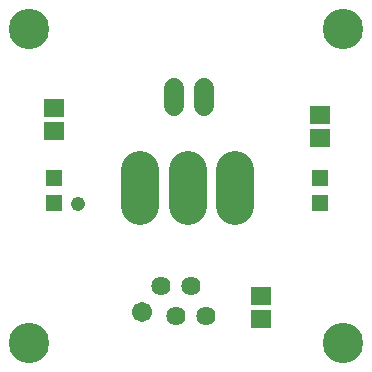
<source format=gts>
G75*
%MOIN*%
%OFA0B0*%
%FSLAX24Y24*%
%IPPOS*%
%LPD*%
%AMOC8*
5,1,8,0,0,1.08239X$1,22.5*
%
%ADD10C,0.0640*%
%ADD11C,0.0671*%
%ADD12C,0.0674*%
%ADD13C,0.1265*%
%ADD14R,0.0671X0.0592*%
%ADD15R,0.0710X0.0592*%
%ADD16R,0.0552X0.0552*%
%ADD17C,0.0476*%
%ADD18C,0.1346*%
D10*
X005259Y002787D03*
X006259Y002787D03*
X005759Y001787D03*
X006759Y001787D03*
D11*
X004622Y001931D03*
D12*
X005669Y008801D02*
X005669Y009395D01*
X006669Y009395D02*
X006669Y008801D01*
D13*
X006141Y006647D02*
X006141Y005462D01*
X004561Y005462D02*
X004561Y006647D01*
X007721Y006647D02*
X007721Y005462D01*
D14*
X008590Y002440D03*
X008590Y001692D03*
D15*
X010543Y007736D03*
X010543Y008484D03*
X001677Y008704D03*
X001677Y007956D03*
D16*
X001677Y006381D03*
X001677Y005555D03*
X010555Y005547D03*
X010555Y006374D03*
D17*
X002481Y005520D03*
D18*
X000850Y000889D03*
X000850Y011362D03*
X011322Y011362D03*
X011322Y000889D03*
M02*

</source>
